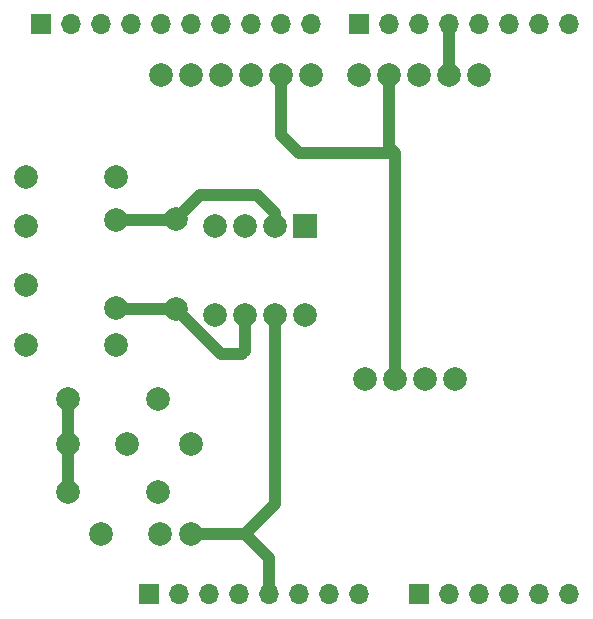
<source format=gbr>
%TF.GenerationSoftware,KiCad,Pcbnew,(6.0.11)*%
%TF.CreationDate,2023-04-06T20:22:20+02:00*%
%TF.ProjectId,ProjetCapteur,50726f6a-6574-4436-9170-746575722e6b,rev?*%
%TF.SameCoordinates,Original*%
%TF.FileFunction,Copper,L1,Top*%
%TF.FilePolarity,Positive*%
%FSLAX46Y46*%
G04 Gerber Fmt 4.6, Leading zero omitted, Abs format (unit mm)*
G04 Created by KiCad (PCBNEW (6.0.11)) date 2023-04-06 20:22:20*
%MOMM*%
%LPD*%
G01*
G04 APERTURE LIST*
%TA.AperFunction,ComponentPad*%
%ADD10C,2.000000*%
%TD*%
%TA.AperFunction,ComponentPad*%
%ADD11R,1.700000X1.700000*%
%TD*%
%TA.AperFunction,ComponentPad*%
%ADD12O,1.700000X1.700000*%
%TD*%
%TA.AperFunction,ComponentPad*%
%ADD13R,2.000000X2.000000*%
%TD*%
%TA.AperFunction,Conductor*%
%ADD14C,1.000000*%
%TD*%
%TA.AperFunction,Conductor*%
%ADD15C,0.400000*%
%TD*%
G04 APERTURE END LIST*
D10*
%TO.P,R4,2*%
%TO.N,IN-*%
X130226000Y-65710000D03*
%TO.P,R4,1*%
%TO.N,Net-(C3-Pad1)*%
X130226000Y-73330000D03*
%TD*%
%TO.P,C3,2*%
%TO.N,IN-*%
X125146000Y-65770000D03*
%TO.P,C3,1*%
%TO.N,Net-(C3-Pad1)*%
X125146000Y-73270000D03*
%TD*%
%TO.P,R6,2*%
%TO.N,GND*%
X117526000Y-62154000D03*
%TO.P,R6,1*%
%TO.N,IN-*%
X125146000Y-62154000D03*
%TD*%
%TO.P,C4,2*%
%TO.N,GND*%
X117526000Y-66258000D03*
%TO.P,C4,1*%
%TO.N,ADC*%
X117526000Y-71258000D03*
%TD*%
%TO.P,U2,4,SDA*%
%TO.N,SDA*%
X153848000Y-79268000D03*
%TO.P,U2,3,SCL*%
%TO.N,SCL*%
X151308000Y-79268000D03*
%TO.P,U2,2,VCC*%
%TO.N,VCC*%
X148768000Y-79268000D03*
%TO.P,U2,1,GND*%
%TO.N,GND*%
X146228000Y-79268000D03*
%TD*%
D11*
%TO.P,J1,1,Pin_1*%
%TO.N,unconnected-(J1-Pad1)*%
X127940000Y-97460000D03*
D12*
%TO.P,J1,2,Pin_2*%
%TO.N,/IOREF*%
X130480000Y-97460000D03*
%TO.P,J1,3,Pin_3*%
%TO.N,/~{RESET}*%
X133020000Y-97460000D03*
%TO.P,J1,4,Pin_4*%
%TO.N,+3V3*%
X135560000Y-97460000D03*
%TO.P,J1,5,Pin_5*%
%TO.N,+5V*%
X138100000Y-97460000D03*
%TO.P,J1,6,Pin_6*%
%TO.N,GND*%
X140640000Y-97460000D03*
%TO.P,J1,7,Pin_7*%
X143180000Y-97460000D03*
%TO.P,J1,8,Pin_8*%
%TO.N,VCC*%
X145720000Y-97460000D03*
%TD*%
D11*
%TO.P,J3,1,Pin_1*%
%TO.N,ADC*%
X150800000Y-97460000D03*
D12*
%TO.P,J3,2,Pin_2*%
%TO.N,/A1*%
X153340000Y-97460000D03*
%TO.P,J3,3,Pin_3*%
%TO.N,/A2*%
X155880000Y-97460000D03*
%TO.P,J3,4,Pin_4*%
%TO.N,/A3*%
X158420000Y-97460000D03*
%TO.P,J3,5,Pin_5*%
%TO.N,SDA*%
X160960000Y-97460000D03*
%TO.P,J3,6,Pin_6*%
%TO.N,SCL*%
X163500000Y-97460000D03*
%TD*%
D11*
%TO.P,J2,1,Pin_1*%
%TO.N,SCL*%
X118796000Y-49200000D03*
D12*
%TO.P,J2,2,Pin_2*%
%TO.N,SDA*%
X121336000Y-49200000D03*
%TO.P,J2,3,Pin_3*%
%TO.N,/AREF*%
X123876000Y-49200000D03*
%TO.P,J2,4,Pin_4*%
%TO.N,GND*%
X126416000Y-49200000D03*
%TO.P,J2,5,Pin_5*%
%TO.N,/13*%
X128956000Y-49200000D03*
%TO.P,J2,6,Pin_6*%
%TO.N,/12*%
X131496000Y-49200000D03*
%TO.P,J2,7,Pin_7*%
%TO.N,RX_TX*%
X134036000Y-49200000D03*
%TO.P,J2,8,Pin_8*%
%TO.N,TX_RX*%
X136576000Y-49200000D03*
%TO.P,J2,9,Pin_9*%
%TO.N,RX_TX*%
X139116000Y-49200000D03*
%TO.P,J2,10,Pin_10*%
%TO.N,/8*%
X141656000Y-49200000D03*
%TD*%
D11*
%TO.P,J4,1,Pin_1*%
%TO.N,/7*%
X145720000Y-49200000D03*
D12*
%TO.P,J4,2,Pin_2*%
%TO.N,/\u002A6*%
X148260000Y-49200000D03*
%TO.P,J4,3,Pin_3*%
%TO.N,SWITCH*%
X150800000Y-49200000D03*
%TO.P,J4,4,Pin_4*%
%TO.N,DATA*%
X153340000Y-49200000D03*
%TO.P,J4,5,Pin_5*%
%TO.N,CLK*%
X155880000Y-49200000D03*
%TO.P,J4,6,Pin_6*%
%TO.N,/2*%
X158420000Y-49200000D03*
%TO.P,J4,7,Pin_7*%
%TO.N,/TX{slash}1*%
X160960000Y-49200000D03*
%TO.P,J4,8,Pin_8*%
%TO.N,/RX{slash}0*%
X163500000Y-49200000D03*
%TD*%
D10*
%TO.P,R2,2*%
%TO.N,IN+*%
X121082000Y-80950000D03*
%TO.P,R2,1*%
%TO.N,Net-(R1-Pad1)*%
X128702000Y-80950000D03*
%TD*%
%TO.P,R3,2*%
%TO.N,GND*%
X128702000Y-88824000D03*
%TO.P,R3,1*%
%TO.N,IN+*%
X121082000Y-88824000D03*
%TD*%
%TO.P,U4,1,CLK*%
%TO.N,CLK*%
X155880000Y-53518000D03*
%TO.P,U4,2,DATA*%
%TO.N,DATA*%
X153340000Y-53518000D03*
%TO.P,U4,3,SWITCH*%
%TO.N,SWITCH*%
X150800000Y-53518000D03*
%TO.P,U4,4,VCC*%
%TO.N,VCC*%
X148260000Y-53518000D03*
%TO.P,U4,5,GND*%
%TO.N,GND*%
X145720000Y-53518000D03*
%TD*%
%TO.P,U1,1,KEY*%
%TO.N,unconnected-(U1-Pad1)*%
X141656000Y-53518000D03*
%TO.P,U1,2,VCC*%
%TO.N,VCC*%
X139116000Y-53518000D03*
%TO.P,U1,3,GND*%
%TO.N,GND*%
X136576000Y-53518000D03*
%TO.P,U1,4,TX_RX*%
%TO.N,TX_RX*%
X134036000Y-53518000D03*
%TO.P,U1,5,RX_TX*%
%TO.N,RX_TX*%
X131496000Y-53518000D03*
%TO.P,U1,6,STATE*%
%TO.N,unconnected-(U1-Pad6)*%
X128956000Y-53518000D03*
%TD*%
%TO.P,R5,2*%
%TO.N,ADC*%
X117526000Y-76378000D03*
%TO.P,R5,1*%
%TO.N,Net-(C3-Pad1)*%
X125146000Y-76378000D03*
%TD*%
%TO.P,R1,2*%
%TO.N,+5V*%
X131496000Y-92380000D03*
%TO.P,R1,1*%
%TO.N,Net-(R1-Pad1)*%
X131496000Y-84760000D03*
%TD*%
D13*
%TO.P,U3,1,NC_2*%
%TO.N,unconnected-(U3-Pad1)*%
X141148000Y-66268000D03*
D10*
%TO.P,U3,2,IN-*%
%TO.N,IN-*%
X138608000Y-66268000D03*
%TO.P,U3,3,IN+*%
%TO.N,IN+*%
X136068000Y-66268000D03*
%TO.P,U3,4,V-*%
%TO.N,GND*%
X133528000Y-66268000D03*
%TO.P,U3,5,CLOCK*%
%TO.N,unconnected-(U3-Pad5)*%
X133528000Y-73788000D03*
%TO.P,U3,6,OUT*%
%TO.N,Net-(C3-Pad1)*%
X136068000Y-73788000D03*
%TO.P,U3,7,V+*%
%TO.N,+5V*%
X138608000Y-73788000D03*
%TO.P,U3,8,NC*%
%TO.N,unconnected-(U3-Pad8)*%
X141148000Y-73788000D03*
%TD*%
%TO.P,C2,2*%
%TO.N,GND*%
X123916000Y-92380000D03*
%TO.P,C2,1*%
%TO.N,+5V*%
X128916000Y-92380000D03*
%TD*%
%TO.P,C1,2*%
%TO.N,GND*%
X126082000Y-84760000D03*
%TO.P,C1,1*%
%TO.N,IN+*%
X121082000Y-84760000D03*
%TD*%
D14*
%TO.N,Net-(C3-Pad1)*%
X136068000Y-76886000D02*
X136068000Y-73280000D01*
X134036000Y-77140000D02*
X135814000Y-77140000D01*
X130226000Y-73330000D02*
X134036000Y-77140000D01*
D15*
X135814000Y-77140000D02*
X136068000Y-76886000D01*
D14*
%TO.N,+5V*%
X136068000Y-92380000D02*
X138100000Y-94412000D01*
X138100000Y-94412000D02*
X138100000Y-97460000D01*
X138608000Y-89840000D02*
X136068000Y-92380000D01*
X138608000Y-73788000D02*
X138608000Y-89840000D01*
X131496000Y-92380000D02*
X136068000Y-92380000D01*
%TO.N,VCC*%
X148768000Y-60122000D02*
X148768000Y-79268000D01*
X148260000Y-53518000D02*
X148260000Y-59614000D01*
X148260000Y-59614000D02*
X148768000Y-60122000D01*
X140640000Y-60122000D02*
X148768000Y-60122000D01*
X139116000Y-58598000D02*
X140640000Y-60122000D01*
X139116000Y-53518000D02*
X139116000Y-58598000D01*
%TO.N,IN+*%
X121082000Y-88824000D02*
X121082000Y-80950000D01*
D15*
X136068000Y-66980000D02*
X136068000Y-65760000D01*
D14*
%TO.N,Net-(C3-Pad1)*%
X130226000Y-73330000D02*
X125206000Y-73330000D01*
D15*
X125206000Y-73330000D02*
X125146000Y-73270000D01*
D14*
%TO.N,IN-*%
X125146000Y-65770000D02*
X130166000Y-65770000D01*
D15*
X130166000Y-65770000D02*
X130226000Y-65710000D01*
D14*
X137084000Y-63678000D02*
X138608000Y-65202000D01*
X130226000Y-65710000D02*
X132258000Y-63678000D01*
X132258000Y-63678000D02*
X137084000Y-63678000D01*
X138608000Y-65202000D02*
X138608000Y-65760000D01*
%TO.N,DATA*%
X153340000Y-49200000D02*
X153340000Y-53924000D01*
%TD*%
M02*

</source>
